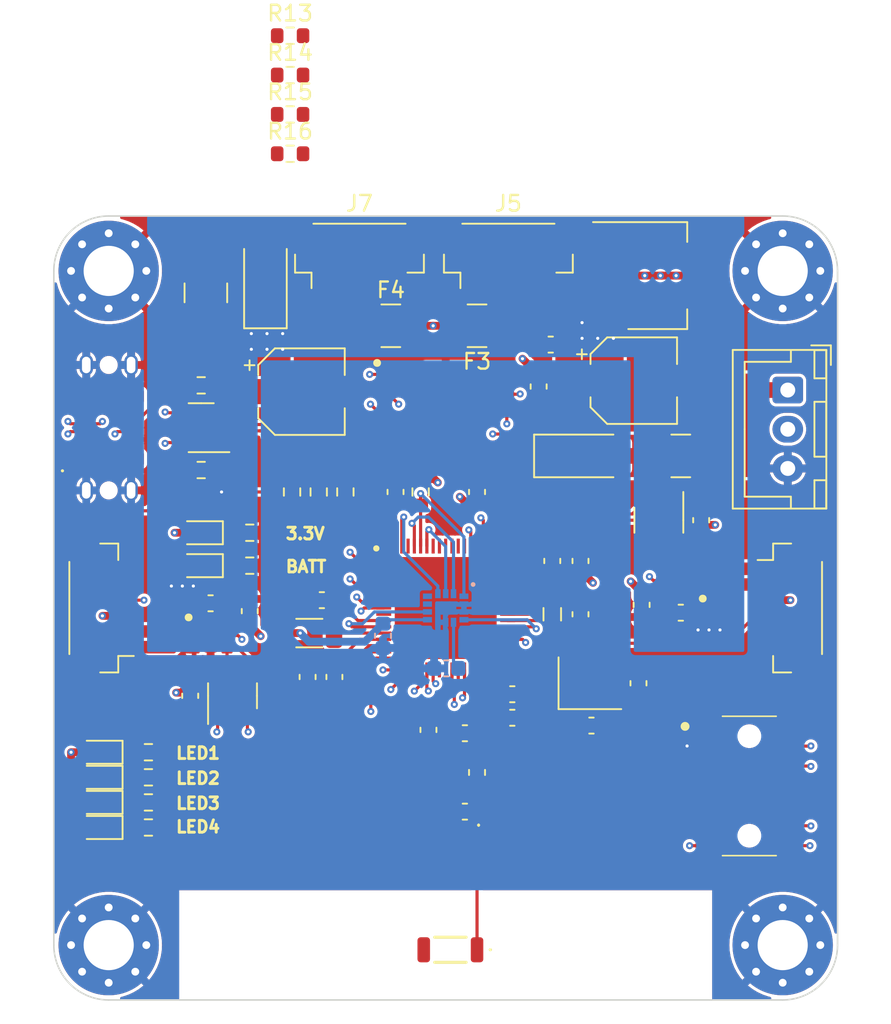
<source format=kicad_pcb>
(kicad_pcb (version 20240108) (generator "pcbnew") (generator_version "8.0")
  (layers (0 "F.Cu" signal "Sig1") (1 "In1.Cu" power "GND1") (2 "In2.Cu" signal "Sig2") (3 "In3.Cu" power "GND2") (4 "In4.Cu" signal "Sig3") (5 "In5.Cu" power "GND3") (6 "In6.Cu" power "Supply") (31 "B.Cu" power "Supply Battery") (34 "B.Paste" user) (35 "F.Paste" user) (36 "B.SilkS" user "B.Silkscreen") (37 "F.SilkS" user "F.Silkscreen") (38 "B.Mask" user) (39 "F.Mask" user) (44 "Edge.Cuts" user))
  (net 0 "")
  (net 1 "/ANT_IN")
  (net 3 "GND")
  (net 4 "/uC/OSC_IN")
  (net 5 "/uC/OSC_OUT")
  (net 6 "+3.3V")
  (net 7 "/uC/VREF+")
  (net 8 "/uC/VFBSMPS")
  (net 9 "+BATT")
  (net 10 "/uC/ANT_OUT")
  (net 11 "/FLT_IN")
  (net 16 "/uC/~{RST}")
  (net 17 "/uC/LED2")
  (net 18 "Net-(J5-Pin_1)")
  (net 19 "/uC/LED3")
  (net 20 "/uC/LED4")
  (net 21 "/Motor Control Left/PWMR")
  (net 22 "/Motor Control Left/PWMF")
  (net 23 "/Motor Control Right/PWMR")
  (net 24 "/Motor Control Right/PWMF")
  (net 25 "Net-(R11-Pad2)")
  (net 26 "/uC/VBAT")
  (net 29 "Net-(J7-Pin_1)")
  (net 30 "/uC/VLXSMPS")
  (net 32 "/uC/WALL_DETECT_B")
  (net 33 "/uC/WALL_DETECT_F")
  (net 34 "/Motor Control Left/~{SLEEP}")
  (net 35 "/uC/~{QSPI_CS}")
  (net 36 "/uC/QSPI_IO1")
  (net 37 "/uC/QSPI_IO2")
  (net 38 "/uC/QSPI_IO0")
  (net 39 "/uC/QSPI_CLK")
  (net 40 "/uC/QSPI_IO3")
  (net 41 "/uC/IMU_INT2")
  (net 42 "/uC/IMU_INT1")
  (net 45 "/uC/~{SPI_IMU_CS}")
  (net 46 "/M_LEFT_A")
  (net 47 "/M_RIGHT_A")
  (net 49 "/VBUSFUSE")
  (net 50 "/VFUSE")
  (net 51 "Net-(D2-K)")
  (net 52 "Net-(D4-K)")
  (net 53 "Net-(D5-K)")
  (net 54 "Net-(D6-K)")
  (net 55 "Net-(D7-K)")
  (net 56 "/VCONN")
  (net 57 "/VBUS")
  (net 58 "/uC/SWCLK")
  (net 59 "Net-(J6-CC1)")
  (net 60 "/CONN_D+")
  (net 61 "/CONN_D-")
  (net 62 "Net-(J6-CC2)")
  (net 63 "/uC/LED1")
  (net 64 "/uC/D+")
  (net 65 "/uC/D-")
  (net 66 "/uC/SPI_MOSI")
  (net 68 "/uC/SWDIO")
  (net 69 "Net-(D8-K)")
  (net 75 "/uC/UART_RX")
  (net 76 "/uC/UART_TX")
  (net 77 "/M_RIGHT_PWM")
  (net 78 "/M_RIGHT_DIRECTION")
  (net 79 "/M_LEFT_PWM")
  (net 80 "/M_LEFT_DIRECTION")
  (net 87 "/uC/SPI_CLK")
  (net 88 "/uC/WALL_DETECT_L")
  (net 91 "/uC/SPI_MISO")
  (net 92 "/uC/WALL_DETECT_R")
  (net 94 "/Motor Control Left/M-")
  (net 95 "/Motor Control Left/M+")
  (net 96 "/Motor Control Right/M-")
  (net 97 "/Motor Control Right/M+")
  (net 98 "/M_RIGHT_B")
  (net 99 "/M_LEFT_B")
  (net 100 "Net-(J5-Pin_4)")
  (net 101 "Net-(J5-Pin_3)")
  (net 102 "Net-(J7-Pin_3)")
  (net 103 "Net-(J7-Pin_4)")
  (net 104 "/WALL_DETECT_F")
  (net 105 "/WALL_DETECT_R")
  (net 106 "/WALL_DETECT_B")
  (net 107 "/WALL_DETECT_L")
  (footprint "Resistor_SMD:R_0603_1608Metric" (layer "F.Cu") (at 137.2 56.6 -90)
    (property "Reference" "R10" (hide yes))
    (property "Value" "10k" (hide yes))
  )
  (footprint "Resistor_SMD:R_0603_1608Metric" (layer "F.Cu") (at 128.035 78 180)
    (property "Reference" "R8" (hide yes))
    (property "Value" "10k" (hide yes))
  )
  (footprint "Fuse:Fuse_1210_3225Metric" (layer "F.Cu") (at 149 46 180)
    (property "Reference" "F3")
    (property "Value" "0.5A/16V")
  )
  (footprint "Resistor_SMD:R_0603_1608Metric" (layer "F.Cu") (at 137.075 32.52)
    (property "Reference" "R15")
    (property "Value" "100")
  )
  (footprint "Crystal:Crystal_SMD_3225-4Pin_3.2x2.5mm" (layer "F.Cu") (at 156.2 68.8)
    (property "Reference" "Y1" (hide yes))
    (property "Value" "8MHz" (hide yes))
  )
  (footprint "MountingHole:MountingHole_3.2mm_M3_Pad_Via" (layer "F.Cu") (at 125.5 42.5)
    (property "Reference" "H1" (hide yes))
    (property "Value" "MountingHole_Pad" (hide yes))
  )
  (footprint "Resistor_SMD:R_0603_1608Metric" (layer "F.Cu") (at 134.5 59.2 180)
    (property "Reference" "R4" (hide yes))
    (property "Value" "10k" (hide yes))
  )
  (footprint "Package_TO_SOT_SMD:SOT-23-6" (layer "F.Cu") (at 133.399999 69.6 90)
    (property "Reference" "IC7" (hide yes))
    (property "Value" "SN74LVC1G18DBVRG4" (hide yes))
  )
  (footprint "Capacitor_SMD:C_0603_1608Metric" (layer "F.Cu") (at 138.19 68.4 -90)
    (property "Reference" "C8" (hide yes))
    (property "Value" "1uF" (hide yes))
  )
  (footprint "Samacsys:74889302450" (layer "F.Cu") (at 147.3 85.8 180)
    (property "Reference" "ANT1" (hide yes))
    (property "Value" "74889302450" (hide yes))
  )
  (footprint "Resistor_SMD:R_0603_1608Metric" (layer "F.Cu") (at 140.6 56.6 -90)
    (property "Reference" "R9" (hide yes))
    (property "Value" "10k" (hide yes))
  )
  (footprint "Inductor_SMD:L_0603_1608Metric" (layer "F.Cu") (at 149 74.488 -90)
    (property "Reference" "L3" (hide yes))
    (property "Value" "2.7nH" (hide yes))
  )
  (footprint "Inductor_SMD:L_1206_3216Metric" (layer "F.Cu") (at 138.3 65.6)
    (property "Reference" "L1" (hide yes))
    (property "Value" "1mH" (hide yes))
  )
  (footprint "MountingHole:MountingHole_3.2mm_M3_Pad_Via" (layer "F.Cu") (at 168.5 42.5)
    (property "Reference" "H2" (hide yes))
    (property "Value" "MountingHole_Pad" (hide yes))
  )
  (footprint "Capacitor_SMD:C_0603_1608Metric" (layer "F.Cu") (at 159.3 68.8 90)
    (property "Reference" "C1" (hide yes))
    (property "Value" "30pF" (hide yes))
  )
  (footprint "Capacitor_SMD:C_0603_1608Metric" (layer "F.Cu") (at 153.7 47.2 180)
    (property "Reference" "C16" (hide yes))
    (property "Value" "100nF" (hide yes))
  )
  (footprint "Resistor_SMD:R_0603_1608Metric" (layer "F.Cu") (at 134.5 61.3 180)
    (property "Reference" "R12" (hide yes))
    (property "Value" "10k" (hide yes))
  )
  (footprint "Resistor_SMD:R_0603_1608Metric" (layer "F.Cu") (at 137.075 35.03)
    (property "Reference" "R16")
    (property "Value" "100")
  )
  (footprint "LED_SMD:LED_0603_1608Metric" (layer "F.Cu") (at 124.9 73.2 180)
    (property "Reference" "D4" (hide yes))
    (property "Value" "LED_Small" (hide yes))
  )
  (footprint "Resistor_SMD:R_0603_1608Metric" (layer "F.Cu") (at 131.4 49.8)
    (property "Reference" "R3" (hide yes))
    (property "Value" "5.1k")
  )
  (footprint "Capacitor_SMD:C_0603_1608Metric" (layer "F.Cu") (at 139.9 68.4 -90)
    (property "Reference" "C7" (hide yes))
    (property "Value" "10nF" (hide yes))
  )
  (footprint "Package_TO_SOT_SMD:SOT-223-3_TabPin2" (layer "F.Cu") (at 160.5 42.8)
    (property "Reference" "U1" (hide yes))
    (property "Value" "LM1117MP-3.3" (hide yes))
  )
  (footprint "Samacsys:FTSH-107-XX-YYY-DV-K-A" (layer "F.Cu") (at 166.3725 75.35 -90)
    (property "Reference" "J4" (hide yes))
    (property "Value" "FTSH-107-01-L-DV-K-A" (hide yes))
  )
  (footprint "Capacitor_SMD:C_0603_1608Metric" (layer "F.Cu") (at 149 56.6 -90)
    (property "Reference" "C11" (hide yes))
    (property "Value" "100nF" (hide yes))
  )
  (footprint "Samacsys:SON50P200X200X80-9N" (layer "F.Cu") (at 132 66)
    (property "Reference" "IC2" (hide yes))
    (property "Value" "DRV8212PDSGR" (hide yes))
  )
  (footprint "LED_SMD:LED_0603_1608Metric" (layer "F.Cu") (at 131.3 61.3 180)
    (property "Reference" "D8" (hide yes))
    (property "Value" "LED_Small" (hide yes))
  )
  (footprint "Capacitor_SMD:C_0603_1608Metric" (layer "F.Cu") (at 162 64.3 180)
    (property "Reference" "C24" (hide yes))
    (property "Value" "4.7uF" (hide yes))
  )
  (footprint "LED_SMD:LED_0603_1608Metric" (layer "F.Cu") (at 124.9 78 180)
    (property "Reference" "D7" (hide yes))
    (property "Value" "LED_Small" (hide yes))
  )
  (footprint "Resistor_SMD:R_0603_1608Metric" (layer "F.Cu") (at 138.9 56.6 90)
    (property "Reference" "R11" (hide yes))
    (property "Value" "10k" (hide yes))
  )
  (footprint "Capacitor_SMD:C_0603_1608Metric" (layer "F.Cu") (at 151.25 69.5 180)
    (property "Reference" "C9" (hide yes))
    (property "Value" "100nF" (hide yes))
  )
  (footprint "LED_SMD:LED_0603_1608Metric" (layer "F.Cu") (at 131.3 59.2 180)
    (property "Reference" "D2" (hide yes))
    (property "Value" "LED_Small" (hide yes))
  )
  (footprint "Samacsys:SON50P200X200X80-9N" (layer "F.Cu") (at 162 62 180)
    (property "Reference" "IC3" (hide yes))
    (property "Value" "DRV8212PDSGR" (hide yes))
  )
  (footprint "Fuse:Fuse_1210_3225Metric" (layer "F.Cu") (at 143.5 46)
    (property "Reference" "F4")
    (property "Value" "0.5A/16V")
  )
  (footprint "Connector_JST:JST_SH_BM06B-SRSS-TB_1x06-1MP_P1.00mm_Vertical" (layer "F.Cu") (at 169 64 -90)
    (property "Reference" "J1" (hide yes))
    (property "Value" "JST-SH 01x06" (hide yes))
  )
  (footprint "Connector_JST:JST_SH_BM06B-SRSS-TB_1x06-1MP_P1.00mm_Vertical" (layer "F.Cu") (at 125 64 90)
    (property "Reference" "J2" (hide yes))
    (property "Value" "JST-SH 01x06" (hide yes))
  )
  (footprint "Capacitor_SMD:C_0603_1608Metric" (layer "F.Cu") (at 134.499999 64.2 90)
    (property "Reference" "C19" (hide yes))
    (property "Value" "100nF" (hide yes))
  )
  (footprint "Capacitor_SMD:C_0603_1608Metric" (layer "F.Cu") (at 155.6 61 90)
    (property "Reference" "C15" (hide yes))
    (property "Value" "4.7uF" (hide yes))
  )
  (footprint "Capacitor_SMD:C_0603_1608Metric" (layer "F.Cu") (at 148.225 71.988 180)
    (property "Reference" "C20" (hide yes))
    (property "Value" "0.3pF" (hide yes))
  )
  (footprint "Samacsys:QFN40P800X800X100-69N-D" (layer "F.Cu") (at 147 64)
    (property "Reference" "IC1" (hide yes))
    (property "Value" "STM32WB55RGV6" (hide yes))
  )
  (footprint "Capacitor_SMD:C_0603_1608Metric" (layer "F.Cu") (at 130.699999 69.6 -90)
    (property "Reference" "C31" (hide yes))
    (property "Value" "100nF" (hide yes))
  )
  (footprint "Capacitor_SMD:C_0603_1608Metric" (layer "F.Cu") (at 155.6 64.4 90)
    (property "Reference" "C14" (hide yes))
    (property "Value" "4.7uF" (hide yes))
  )
  (footprint "Connector_JST:JST_XH_B3B-XH-A_1x03_P2.50mm_Vertical" (layer "F.Cu") (at 168.825 50.1 -90)
    (property "Reference" "J3" (hide yes))
    (property "Value" "JST_XH_B3B")
  )
  (footprint "Fuse:Fuse_1210_3225Metric" (layer "F.Cu") (at 131.7 43.9 90)
    (property "Reference" "F2" (hide yes))
    (property "Value" "0.5A/16V" (hide yes))
  )
  (footprint "Capacitor_SMD:C_0603_1608Metric" (layer "F.Cu") (at 139.1 63.5)
    (property "Reference" "C13" (hide yes))
    (property "Value" "10uF" (hide yes))
  )
  (footprint "Samacsys:WE-PMI_080562" (layer "F.Cu") (at 153.8 64.4 -90)
    (property "Reference" "L2" (hide yes))
    (property "Value" "74479774222" (hide yes))
  )
  (footprint "Capacitor_SMD:CP_Elec_5x4.5" (layer "F.Cu") (at 137.8 50.2)
    (property "Reference" "C29" (hide yes))
    (property "Value" "100uF" (hide yes))
  )
  (footprint "Resistor_SMD:R_0603_1608Metric" (layer "F.Cu") (at 137.075 30.01)
    (property "Reference" "R14")
    (property "Value" "100")
  )
  (footprint "Diode_SMD:D_SOD-128" (layer "F.Cu") (at 135.5 43 90)
    (property "Reference" "D3" (hide yes))
    (property "Value" "RBS2LAM40CTR" (hide yes))
  )
  (footprint "Capacitor_SMD:C_0603_1608Metric" (layer "F.Cu") (at 152.93 49.875 -90)
    (property "Reference" "C26" (hide yes))
    (property "Value" "100nF" (hide yes))
  )
  (footprint "Resistor_SMD:R_0603_1608Metric" (layer "F.Cu") (at 128.035 76.4 180)
    (property "Reference" "R7" (hide yes))
    (property "Value" "10k" (hide yes))
  )
  (footprint "Package_TO_SOT_SMD:SOT-23-6" (layer "F.Cu") (at 131.4 52.5 180)
    (property "Reference" "U2" (hide yes))
    (property "Value" "USBLC6-2SC6" (hide yes))
  )
  (footprint "Samacsys:USB4145030070C" (layer "F.Cu") (at 125.5 52.5 90)
    (property "Reference" "J6" (hide yes))
    (property "Value" "USB4145-03-0070-C" (hide yes))
  )
  (footprint "Capacitor_SMD:C_0603_1608Metric" (layer "F.Cu") (at 153.8 61 -90)
    (property "Reference" "C3" (hide yes))
    (property "Value" "100nF" (hide yes))
  )
  (footprint "Capacitor_SMD:C_0603_1608Metric" (layer "F.Cu") (at 156.3 71.5)
    (property "Reference" "C2" (hide yes))
    (property "Value" "30pF" (hide yes))
  )
  (footprint "Capacitor_SMD:C_0603_1608Metric" (layer "F.Cu") (at 159.5 63.8 -90)
    (property "Reference" "C25" (hide yes))
    (property "Value" "100nF" (hide yes))
  )
  (footprint "MountingHole:MountingHole_3.2mm_M3_Pad_Via" (layer "F.Cu") (at 168.5 85.5)
    (property "Reference" "H4" (hide yes))
    (property "Value" "MountingHole_Pad")
  )
  (footprint "Diode_SMD:D_SOD-128" (layer "F.Cu") (at 155.8 54.3)
    (property "Reference" "D1" (hide yes))
    (property "Value" "RBS2LAM40CTR" (hide yes))
  )
  (footprint "Capacitor_SMD:CP_Elec_5x4.5" (layer "F.Cu") (at 159 49.5)
    (property "Reference" "C17" (hide yes))
    (property "Value" "100uF" (hide yes))
  )
  (footprint "Fuse:Fuse_1210_3225Metric" (layer "F.Cu") (at 162 54.3)
    (property "Reference" "F1" (hide yes))
    (property "Value" "0.5A/16V" (hide yes))
  )
  (footprint "Resistor_SMD:R_0603_1608Metric" (layer "F.Cu") (at 128.035 74.8 180)
    (property "Reference" "R6" (hide yes))
    (property "Value" "10k" (hide yes))
  )
  (footprint "LED_SMD:LED_0603_1608Metric" (layer "F.Cu") (at 124.9 76.4 180)
    (property "Reference" "D6" (hide yes))
    (property "Value" "LED_Small" (hide yes))
  )
  (footprint "Connector_JST:JST_SH_BM06B-SRSS-TB_1x06-1MP_P1.00mm_Vertical" (layer "F.Cu") (at 151 41.5)
    (property "Reference" "J5")
    (property "Value" "JST-SH 01x06")
  )
  (footprint "Samacsys:DLF162500LT5028A1" (layer "F.Cu") (at 149 79.1 -90)
    (property "Reference" "FL1" (hide yes))
    (property "Value" "DLF162500LT-5028A1" (hide yes))
  )
  (footprint "Connector_JST:JST_SH_BM06B-SRSS-TB_1x06-1MP_P1.00mm_Vertical" (layer "F.Cu") (at 141.5 41.5)
    (property "Reference" "J7")
    (property "Value" "JST-SH 01x06")
  )
  (footprint "Resistor_SMD:R_0603_1608Metric" (layer "F.Cu") (at 137.075 27.5)
    (property "Reference" "R13")
    (property "Value" "100")
  )
  (footprint "Capacitor_SMD:C_0603_1608Metric" (layer "F.Cu") (at 151.25 71 180)
    (property "Reference" "C10" (hide yes))
    (property "Value" "100pF" (hide yes))
  )
  (footprint "Package_TO_SOT_SMD:SOT-23-6" (layer "F.Cu") (at 160.6 58.4 -90)
    (property "Reference" "IC6" (hide yes))
    (property "Value" "SN74LVC1G18DBVRG4" (hide yes))
  )
  (footprint "Capacitor_SMD:C_0603_1608Metric" (layer "F.Cu") (at 132 63.7)
    (property "Reference" "C18" (hide yes))
    (property "Value" "4.7uF" (hide yes))
  )
  (footprint "Resistor_SMD:R_0603_1608Metric" (layer "F.Cu") (at 131.4 55.2)
    (property "Reference" "R2" (hide yes))
    (property "Value" "5.1k" (hide yes))
  )
  (footprint "Resistor_SMD:R_0603_1608Metric" (layer "F.Cu") (at 145.4 56.6 -90)
    (property "Reference" "R1" (hide yes))
    (property "Value" "1k")
  )
  (footprint "Capacitor_SMD:C_0603_1608Metric" (layer "F.Cu") (at 143.8 56.6 -90)
    (property "Reference" "C4" (hide yes))
    (property "Value" "100nF" (hide yes))
  )
  (footprint "MountingHole:MountingHole_3.2mm_M3_Pad_Via" (layer "F.Cu") (at 125.5 85.5)
    (property "Reference" "H3" (hide yes))
    (property "Value" "MountingHole_Pad")
  )
  (footprint "Resistor_SMD:R_0603_1608Metric" (layer "F.Cu") (at 128.035 73.2 180)
    (property "Reference" "R5" (hide yes))
    (property "Value" "10k" (hide yes))
  )
  (footprint "Capacitor_SMD:C_0603_1608Metric" (layer "F.Cu") (at 148.225 76.988)
    (property "Reference" "C21" (hide yes))
    (property "Value" "0.8pF" (hide yes))
  )
  (footprint "Capacitor_SMD:C_0603_1608Metric" (layer "F.Cu") (at 163.3 58.4 90)
    (property "Reference" "C30" (hide yes))
    (property "Value" "100nF" (hide yes))
  )
  (footprint "LED_SMD:LED_0603_1608Metric" (layer "F.Cu") (at 124.9 74.8 180)
    (property "Reference" "D5" (hide yes))
    (property "Value" "LED_Small" (hide yes))
  )
  (footprint "Samacsys:SON127P800X600X80-9N-D" (layer "F.Cu") (at 147 51)
    (property "Reference" "IC4" (hide yes))
    (property "Value" "W25N01GVZEIG" (hide yes))
  )
  (footprint "Capacitor_SMD:C_0603_1608Metric" (layer "F.Cu") (at 145.9 71.775 90)
    (property "Reference" "C5" (hide yes))
    (property "Value" "100nF" (hide yes))
  )
  (footprint "Capacitor_SMD:C_0603_1608Metric" (layer "B.Cu") (at 143 65.775 90)
    (property "Reference" "C27" (hide yes))
    (property "Value" "100nF" (hide yes))
  )
  (footprint "Capacitor_SMD:C_0603_1608Metric" (layer "B.Cu") (at 147.037 67.85)
    (property "Reference" "C28" (hide yes))
    (property "Value" "100nF" (hide yes))
  )
  (footprint "Samacsys:LSM6DSLTR" (layer "B.Cu") (at 147 64 180)
    (property "Reference" "IC5" (hide yes))
    (property "Value" "LSM6DSLTR" (hide yes))
  )
  (gr_line (start 172 42.5) (end 172 85.5) (stroke (width 0.1)) (layer "Edge.Cuts"))
  (gr_line (start 125.5 39) (end 168.5 39) (stroke (width 0.1)) (layer "Edge.Cuts"))
  (gr_line (start 122 85.5) (end 122 42.5) (stroke (width 0.1)) (layer "Edge.Cuts"))
  (gr_arc (start 122 42.5) (mid 123.025126 40.025126) (end 125.5 39) (stroke (width 0.1)) (layer "Edge.Cuts"))
  (gr_arc (start 125.5 89) (mid 123.025126 87.974874) (end 122 85.5) (stroke (width 0.1)) (layer "Edge.Cuts"))
  (gr_line (start 168.5 89) (end 125.5 89) (stroke (width 0.1)) (layer "Edge.Cuts"))
  (gr_arc (start 172 85.5) (mid 170.974874 87.974874) (end 168.5 89) (stroke (width 0.1)) (layer "Edge.Cuts"))
  (gr_arc (start 168.5 39) (mid 170.974874 40.025126) (end 172 42.5) (stroke (width 0.1)) (layer "Edge.Cuts"))
  (gr_text "LED3" (at 129.7 76.9 0) (layer "F.SilkS") (effects (font (size 0.75 0.75) (thickness 0.1875) (bold yes)) (justify left bottom)))
  (gr_text "BATT" (at 136.7 61.8 0) (layer "F.SilkS") (effects (font (size 0.75 0.75) (thickness 0.1875) (bold yes)) (justify left bottom)))
  (gr_text "LED4" (at 129.7 78.4 0) (layer "F.SilkS") (effects (font (size 0.75 0.75) (thickness 0.1875) (bold yes)) (justify left bottom)))
  (gr_text "LED2" (at 129.7 75.3 0) (layer "F.SilkS") (effects (font (size 0.75 0.75) (thickness 0.1875) (bold yes)) (justify left bottom)))
  (gr_text "LED1" (at 129.7 73.7 0) (layer "F.SilkS") (effects (font (size 0.75 0.75) (thickness 0.1875) (bold yes)) (justify left bottom)))
  (gr_text "3.3V" (at 136.7 59.7 0) (layer "F.SilkS") (effects (font (size 0.75 0.75) (thickness 0.1875) (bold yes)) (justify left bottom)))
  (segment (start 149 79.713) (end 149 85.8) (width 0.2) (layer "F.Cu") (net 1))
  (segment (start 159.225 67.95) (end 157.3 67.95) (width 0.2) (layer "F.Cu") (net 4))
  (segment (start 156.15 66.8) (end 153.7 66.8) (width 0.2) (layer "F.Cu") (net 4))
  (segment (start 157.3 67.95) (end 156.15 66.8) (width 0.2) (layer "F.Cu") (net 4))
  (segment (start 159.3 68.025) (end 159.225 67.95) (width 0.2) (layer "F.Cu") (net 4))
  (segment (start 153.3 67.2) (end 150.95 67.2) (width 0.2) (layer "F.Cu") (net 4))
  (segment (start 153.7 66.8) (end 153.3 67.2) (width 0.2) (layer "F.Cu") (net 4))
  (segment (start 155.525 71.5) (end 155.1 71.075) (width 0.2) (layer "F.Cu") (net 5))
  (segment (start 153.3 67.95) (end 150.2 67.95) (width 0.2) (layer "F.Cu") (net 5))
  (segment (start 155.1 69.65) (end 155 69.65) (width 0.2) (layer "F.Cu") (net 5))
  (segment (start 155.1 71.075) (end 155.1 69.65) (width 0.2) (layer "F.Cu") (net 5))
  (segment (start 155 69.65) (end 153.3 67.95) (width 0.2) (layer "F.Cu") (net 5))
  (segment (start 143.8 57.375) (end 143.8 57.345405) (width 0.5) (layer "F.Cu") (net 6))
  (segment (start 150.9 49.095) (end 152.925 49.095) (width 0.2) (layer "F.Cu") (net 6))
  (segment (start 160.8 42.8) (end 160.7 42.8) (width 0.5) (layer "F.Cu") (net 6))
  (segment (start 150.475 69.5) (end 150.475 71) (width 0.5) (layer "F.Cu") (net 6))
  (segment (start 161.388604 58.4) (end 160.6 59.188604) (width 0.2) (layer "F.Cu") (net 6))
  (segment (start 152.375 63.2) (end 152.4875 63.0875) (width 0.2) (layer "F.Cu") (net 6))
  (segment (start 157.35 42.8) (end 160.8 42.8) (width 0.5) (layer "F.Cu") (net 6))
  (segment (start 161.7 42.8) (end 163.65 42.8) (width 0.5) (layer "F.Cu") (net 6))
  (segment (start 123.1 73.7875) (end 124.1125 74.8) (width 0.5) (layer "F.Cu") (net 6))
  (segment (start 126.325 64.5) (end 125.1 64.5) (width 0.5) (layer "F.Cu") (net 6))
  (segment (start 133.049999 65.25) (end 134.224999 65.25) (width 0.2) (layer "F.Cu") (net 6))
  (segment (start 150.95 63.2) (end 152.375 63.2) (width 0.2) (layer "F.Cu") (net 6))
  (segment (start 124.1125 76.4) (end 123.1 75.3875) (width 0.5) (layer "F.Cu") (net 6))
  (segment (start 148.7 58.446335) (end 148.7 57.675) (width 0.2) (layer "F.Cu") (net 6))
  (segment (start 152.9 49.1) (end 151.9 48.1) (width 0.5) (layer "F.Cu") (net 6))
  (segment (start 148.7 57.675) (end 149 57.375) (width 0.2) (layer "F.Cu") (net 6))
  (segment (start 162.525 58.4) (end 161.388604 58.4) (width 0.2) (layer "F.Cu") (net 6))
  (segment (start 129.8 69.4) (end 130.124999 69.4) (width 0.5) (layer "F.Cu") (net 6))
  (segment (start 123.1 73.2) (end 123.1 73.7875) (width 0.5) (layer "F.Cu") (net 6))
  (segment (start 147.6 71) (end 145.9 71) (width 0.2) (layer "F.Cu") (net 6))
  (segment (start 149 57.375) (end 148.375 57.375) (width 0.5) (layer "F.Cu") (net 6))
  (segment (start 143.8 57.345405) (end 145.370405 55.775) (width 0.5) (layer "F.Cu") (net 6))
  (segment (start 143.05 66) (end 141.525 66) (width 0.2) (layer "F.Cu") (net 6))
  (segment (start 160.6 59.188604) (end 160.6 59.5375) (width 0.2) (layer "F.Cu") (net 6))
  (segment (start 147.6 46) (end 146.2 46) (width 0.5) (layer "F.Cu") (net 6))
  (segment (start 134.499999 64.975) (end 134.499999 65.099999) (width 0.5) (layer "F.Cu") (net 6))
  (segment (start 162.41 72.81) (end 162.4 72.8) (width 0.5) (layer "F.Cu") (net 6))
  (segment (start 124.1125 73.2) (end 123.1 73.2) (width 0.5) (layer "F.Cu") (net 6))
  (segment (start 163.3 59.175) (end 163.775 58.7) (width 0.5) (layer "F.Cu") (net 6))
  (segment (start 163.775 58.7) (end 164.2 58.7) (width 0.5) (layer "F.Cu") (net 6))
  (segment (start 149 60.05) (end 149 58.746335) (width 0.2) (layer "F.Cu") (net 6))
  (segment (start 130.699999 68.825) (end 131.299999 69.425) (width 0.2) (layer "F.Cu") (net 6))
  (segment (start 159.5 63) (end 158.8 62.3) (width 0.5) (layer "F.Cu") (net 6))
  (segment (start 145.4 55.775) (end 146.275 55.775) (width 0.5) (layer "F.Cu") (net 6))
  (segment (start 155.775 61.775) (end 156.4 62.4) (width 0.5) (layer "F.Cu") (net 6))
  (segment (start 133.399999 68.811396) (end 133.399999 68.4625) (width 0.2) (layer "F.Cu") (net 6))
  (segment (start 149.8 67.95) (end 149.8 68.825) (width 0.2) (layer "F.Cu") (net 6))
  (segment (start 148.6 67.95) (end 148.6 70) (width 0.2) (layer "F.Cu") (net 6))
  (segment (start 167.675 63.5) (end 169 63.5) (width 0.5) (layer "F.Cu") (net 6))
  (segment (start 160.8 42.8) (end 161.7 42.8) (width 0.5) (layer "F.Cu") (net 6))
  (segment (start 148.6 70) (end 147.6 71) (width 0.2) (layer "F.Cu") (net 6))
  (segment (start 151.975 63.6) (end 152.4875 63.0875) (width 0.2) (layer "F.Cu") (net 6))
  (segment (start 144.9 46) (end 146.2 46) (width 0.5) (layer "F.Cu") (net 6))
  (segment (start 159.775 62.75) (end 159.5 63.025) (width 0.2) (layer "F.Cu") (net 6))
  (segment (start 150.95 63.6) (end 151.975 63.6) (width 0.2) (layer "F.Cu") (net 6))
  (segment (start 131.299999 69.425) (end 132.786395 69.425) (width 0.2) (layer "F.Cu") (net 6))
  (segment (start 152.93 49.1) (end 152.9 49.1) (width 0.5) (layer "F.Cu") (net 6))
  (segment (start 145.370405 55.775) (end 145.4 55.775) (width 0.5) (layer "F.Cu") (net 6))
  (segment (start 146.275 55.775) (end 146.5 56) (width 0.5) (layer "F.Cu") (net 6))
  (segment (start 130.124999 69.4) (end 130.699999 68.825) (width 0.5) (layer "F.Cu") (net 6))
  (segment (start 159.5 63.025) (end 159.5 63) (width 0.5) (layer "F.Cu") (net 6))
  (segment (start 130.5125 59.2) (end 129.7 59.2) (width 0.5) (layer "F.Cu") (net 6))
  (segment (start 136.725 65.6) (end 137.72 65.6) (width 0.5) (layer "F.Cu") (net 6))
  (segment (start 152.925 49.095) (end 152.93 49.1) (width 0.2) (layer "F.Cu") (net 6))
  (segment (start 163.3 59.175) (end 162.525 58.4) (width 0.2) (layer "F.Cu") (net 6))
  (segment (start 141.525 66) (end 139.9 67.625) (width 0.2) (layer "F.Cu") (net 6))
  (segment (start 134.224999 65.25) (end 134.499999 64.975) (width 0.2) (layer "F.Cu") (net 6))
  (segment (start 155.6 61.775) (end 155.775 61.775) (width 0.5) (layer "F.Cu") (net 6))
  (segment (start 132.786395 69.425) (end 133.399999 68.811396) (width 0.2) (layer "F.Cu") (net 6))
  (segment (start 160.95 62.75) (end 159.775 62.75) (width 0.2) (layer "F.Cu") (net 6))
  (segment (start 134.499999 65.099999) (end 135.2 65.8) (width 0.5) (layer "F.Cu") (net 6))
  (segment (start 124.1125 78) (end 123.1 76.9875) (width 0.5) (layer "F.Cu") (net 6))
  (segment (start 123.1 76.9875) (end 123.1 75.3875) (width 0.5) (layer "F.Cu") (net 6))
  (segment (start 139.9 67.625) (end 138.19 67.625) (width 0.5) (layer "F.Cu") (net 6))
  (segment (start 143.8 60.05) (end 143.8 57.375) (width 0.2) (layer "F.Cu") (net 6))
  (segment (start 152.4875 63.0875) (end 153.8 61.775) (width 0.2) (layer "F.Cu") (net 6))
  (segment (start 149.8 68.825) (end 150.475 69.5) (width 0.2) (layer "F.Cu") (net 6))
  (segment (start 153.8 61.775) (end 155.6 61.775) (width 0.5) (layer "F.Cu") (net 6))
  (segment (start 123.1 75.3875) (end 123.1 73.7875) (width 0.5) (layer "F.Cu") (net 6))
  (segment (start 149 58.746335) (end 148.7 58.446335) (width 0.2) (layer "F.Cu") (net 6))
  (segment (start 148.375 57.375) (end 147.9 56.9) (width 0.5) (layer "F.Cu") (net 6))
  (segment (start 164.3375 72.81) (end 162.41 72.81) (width 0.5) (layer "F.Cu") (net 6))
  (via (at 160.7 42.8) (size 0.45) (drill 0.2) (layers "F.Cu" "B.Cu") (net 6))
  (via (at 137.72 65.6) (size 0.45) (drill 0.2) (layers "F.Cu" "B.Cu") (net 6))
  (via (at 158.8 62.3) (size 0.45) (drill 0.2) (layers "F.Cu" "B.Cu") (net 6))
  (via (at 146.2 46) (size 0.45) (drill 0.2) (layers "F.Cu" "B.Cu") (net 6))
  (via (at 135.2 65.8) (size 0.45) (drill 0.2) (layers "F.Cu" "B.Cu") (net 6))
  (via (at 129.7 59.2) (size 0.45) (drill 0.2) (layers "F.Cu" "B.Cu") (net 6))
  (via (at 159.7 42.8) (size 0.45) (drill 0.2) (layers "F.Cu" "B.Cu") (net 6))
  (via (at 161.7 42.8) (size 0.45) (drill 0.2) (layers "F.Cu" "B.Cu") (net 6))
  (via (at 169 63.5) (size 0.45) (drill 0.2) (layers "F.Cu" "B.Cu") (net 6))
  (via (at 123.1 73.2) (size 0.45) (drill 0.2) (layers "F.Cu" "B.Cu") (net 6))
  (via (at 164.2 58.7) (size 0.45) (drill 0.2) (layers "F.Cu" "B.Cu") (net 6))
  (via (at 146.5 56) (size 0.45) (drill 0.2) (layers "F.Cu" "B.Cu") (net 6))
  (via (at 162.4 72.8) (size 0.45) (drill 0.2) (layers "F.Cu" "B.Cu") (net 6))
  (via (at 151.9 48.1) (size 0.45) (drill 0.2) (layers "F.Cu" "B.Cu") (net 6))
  (via (at 129.8 69.4) (size 0.45) (drill 0.2) (layers "F.Cu" "B.Cu") (net 6))
  (via (at 147.9 56.9) (size 0.45) (drill 0.2) (layers "F.Cu" "B.Cu") (net 6))
  (via (at 125.1 64.5) (size 0.45) (drill 0.2) (layers "F.Cu" "B.Cu") (net 6))
  (via (at 156.4 62.4) (size 0.45) (drill 0.2) (layers "F.Cu" "B.Cu") (net 6))
  (segment (start 147.5 64.912) (end 147.5 67.538) (width 0.2) (layer "B.Cu") (net 6))
  (segment (start 143 65) (end 143.25 64.75) (width 0.2) (layer "B.Cu") (net 6))
  (segment (start 143.25 64.75) (end 145.837 64.75) (width 0.2) (layer "B.Cu") (net 6))
  (segment (start 141.85 66.15) (end 138.27 66.15) (width 0.5) (layer "B.Cu") (net 6))
  (segment (start 147.5 67.538) (end 147.812 67.85) (width 0.2) (layer "B.Cu") (net 6))
  (segment (start 138.27 66.15) (end 137.72 65.6) (width 0.5) (layer "B.Cu") (net 6))
  (segment (start 143 65) (end 141.85 66.15) (width 0.5) (layer "B.Cu") (net 6))
  (segment (start 139.875 65.6) (end 139.875 63.5) (width 0.2) (layer "F.Cu") (net 7))
  (segment (start 143.05 65.6) (end 139.875 65.6) (width 0.2) (layer "F.Cu") (net 7))
  (segment (start 155.3125 65.4625) (end 155.6 65.175) (width 0.2) (layer "F.Cu") (net 8))
  (segment (start 153.1375 64.8) (end 150.95 64.8) (width 0.2) (layer "F.Cu") (net 8))
  (segment (start 153.8 65.4625) (end 155.3125 65.4625) (width 0.2) (layer "F.Cu") (net 8))
  (segment (start 153.8 65.4625) (end 153.1375 64.8) (width 0.2) (layer "F.Cu") (net 8))
  (segment (start 130.2 61.6125) (end 130.2 62.6) (width 0.5) (layer "F.Cu") (net 9))
  (segment (start 140.6 57.425) (end 139.775 56.6) (width 0.2) (layer "F.Cu") (net 9))
  (segment (start 130.5125 61.3) (end 130.2 61.6125) (width 0.5) (layer "F.Cu") (net 9))
  (segment (start 139.775 56.6) (end 132.7 56.6) (width 0.2) (layer "F.Cu") (net 9))
  (via (at 155.7 45.8) (size 0.45) (drill 0.2) (layers "F.Cu" "B.Cu") (net 9))
  (via (at 135.6 47.5) (size 0.45) (drill 0.2) (layers "F.Cu" "B.Cu") (net 9))
  (via (at 134.6 46.5) (size 0.45) (drill 0.2) (layers "F.Cu" "B.Cu") (net 9))
  (via (at 163.8 65.4) (size 0.45) (drill 0.2) (layers "F.Cu" "B.Cu") (net 9))
  (via (at 163.1 65.4) (size 0.45) (drill 0.2) (layers "F.Cu" "B.Cu") (net 9))
  (via (at 135.6 46.5) (size 0.45) (drill 0.2) (layers "F.Cu" "B.Cu") (net 9))
  (via (at 136.6 47.5) (size 0.45) (drill 0.2) (layers "F.Cu" "B.Cu") (net 9))
  (via (at 129.5 62.6) (size 0.45) (drill 0.2) (layers "F.Cu" "B.Cu") (net 9))
  (via (at 130.9 62.6) (size 0.45) (drill 0.2) (layers "F.Cu" "B.Cu") (net 9))
  (via (at 130.2 62.6) (size 0.45) (drill 0.2) (layers "F.Cu" "B.Cu") (net 9))
  (via (at 157.7 46.8) (size 0.45) (drill 0.2) (layers "F.Cu" "B.Cu") (net 9))
  (via (at 136.6 46.5) (size 0.45) (drill 0.2) (layers "F.Cu" "B.Cu") (net 9))
  (via (at 156.7 46.8) (size 0.45) (drill 0.2) (layers "F.Cu" "B.Cu") (net 9))
  (via (at 134.6 47.5) (size 0.45) (drill 0.2) (layers "F.Cu" "B.Cu") (net 9))
  (via (at 132.7 56.6) (size 0.45) (drill 0.2) (layers "F.Cu" "B.Cu") (net 9))
  (via (at 164.5 65.4) (size 0.45) (drill 0.2) (layers "F.Cu" "B.Cu") (net 9))
  (via (at 155.7 46.8) (size 0.45) (drill 0.2) (layers "F.Cu" "B.Cu") (net 9))
  (segment (start 149 67.95) (end 149 71.988) (width 0.2) (layer "F.Cu") (net 10))
  (segment (start 149 71.988) (end 149 73.7005) (width 0.2) (layer "F.Cu") (net 10))
  (segment (start 149 76.988) (end 149 78.488) (width 0.2) (layer "F.Cu") (net 11))
  (segment (start 149 75.2755) (end 149 76.988) (width 0.2) (layer "F.Cu") (net 11))
  (segment (start 141.6245 63.6) (end 143.05 63.6) (width 0.2) (layer "F.Cu") (net 16))
  (segment (start 168.4075 77.89) (end 170.29 77.89) (width 0.2) (layer "F.Cu") (net 16))
  (segment (start 170.29 77.89) (end 170.3 77.9) (width 0.2) (layer "F.Cu") (net 16))
  (segment (start 141.3245 63.3) (end 141.6245 63.6) (width 0.2) (layer "F.Cu") (net 16))
  (via (at 170.3 77.9) (size 0.45) (drill 0.2) (layers "F.Cu" "B.Cu") (net 16))
  (via (at 141.3245 63.3) (size 0.45) (drill 0.2) (layers "F.Cu" "B.Cu") (net 16))
  (segment (start 129.46 75.4) (end 128.86 74.8) (width 0.2) (layer "F.Cu") (net 17))
  (segment (start 141.7 67.375) (end 141.7 71.965686) (width 0.2) (layer "F.Cu") (net 17))
  (segment (start 143.05 66.8) (end 142.275 66.8) (width 0.2) (layer "F.Cu") (net 17))
  (segment (start 141.7 71.965686) (end 138.265686 75.4) (width 0.2) (layer "F.Cu") (net 17))
  (segment (start 138.265686 75.4) (end 129.46 75.4) (width 0.2) (layer "F.Cu") (net 17))
  (segment (start 142.275 66.8) (end 141.7 67.375) (width 0.2) (layer "F.Cu") (net 17))
  (segment (start 148.5 44) (end 148.5 42.825) (width 0.25) (layer "F.Cu") (net 18))
  (segment (start 149.5 45) (end 148.5 44) (width 0.25) (layer "F.Cu") (net 18))
  (segment (start 150.4 46) (end 150.4 45.9) (width 0.25) (layer "F.Cu") (net 18))
  (segment (start 149.5 45) (end 149.5 42.825) (width 0.25) (layer "F.Cu") (net 18))
  (segment (start 150.4 45.9) (end 149.5 45) (width 0.25) (layer "F.Cu") (net 18))
  (segment (start 146.080787 69.85) (end 147 68.930787) (width 0.2) (layer "F.Cu") (net 19))
  (segment (start 128.86 76.4) (end 129.46 75.8) (width 0.2) (layer "F.Cu") (net 19))
  (segment (start 147 68.930787) (end 147 67.95) (width 0.2) (layer "F.Cu") (net 19))
  (segment (start 138.431371 75.8) (end 144.381372 69.85) (width 0.2) (layer "F.Cu") (net 19))
  (segment (start 129.46 75.8) (end 138.431371 75.8) (width 0.2) (layer "F.Cu") (net 19))
  (segment (start 144.381372 69.85) (end 146.080787 69.85) (width 0.2) (layer "F.Cu") (net 19))
  (segment (start 138.597056 76.2) (end 130.66 76.2) (width 0.2) (layer "F.Cu") (net 20))
  (segment (start 130.66 76.2) (end 128.86 78) (width 0.2) (layer "F.Cu") (net 20))
  (segment (start 144.547058 70.25) (end 138.597056 76.2) (width 0.2) (layer "F.Cu") (net 20))
  (segment (start 147.4 67.95) (end 147.4 69.096473) (width 0.2) (layer "F.Cu") (net 20))
  (segment (start 146.246473 70.25) (end 144.547058 70.25) (width 0.2) (layer "F.Cu") (net 20))
  (segment (start 147.4 69.096473) (end 146.246473 70.25) (width 0.2) (layer "F.Cu") (net 20))
  (segment (start 132.449999 68.4625) (end 132.449999 67.65) (width 0.2) (layer "F.Cu") (net 21))
  (segment (start 133.049999 67.05) (end 133.049999 66.75) (width 0.2) (layer "F.Cu") (net 21))
  (segment (start 132.449999 67.65) (end 133.049999 67.05) (width 0.2) (layer "F.Cu") (net 21))
  (segment (start 133.430329 66.25) (end 133.049999 66.25) (width 0.2) (layer "F.Cu") (net 22))
  (segment (start 134.349999 68.4625) (end 134.349999 67.16967) (width 0.2) (layer "F.Cu") (net 22))
  (segment (start 134.349999 67.16967) (end 133.430329 66.25) (width 0.2) (layer "F.Cu") (net 22))
  (segment (start 161.55 60.35) (end 160.95 60.95) (width 0.2) (layer "F.Cu") (net 23))
  (segment (start 160.95 60.95) (end 160.95 61.25) (width 0.2) (layer "F.Cu") (net 23))
  (segment (start 161.55 59.5375) (end 161.55 60.35) (width 0.2) (layer "F.Cu") (net 23))
  (segment (start 160.56967 61.75) (end 160.95 61.75) (width 0.2) (layer "F.Cu") (net 24))
  (segment (start 159.65 60.83033) (end 160.56967 61.75) (width 0.2) (layer "F.Cu") (net 24))
  (segment (start 159.65 59.5375) (end 159.65 60.83033) (width 0.2) (layer "F.Cu") (net 24))
  (segment (start 140.6 55.775) (end 138.9 55.775) (width 0.2) (layer "F.Cu") (net 25))
  (segment (start 140.7 64.1) (end 140.7 63.055) (width 0.2) (layer "F.Cu") (net 26))
  (segment (start 138.9 57.425) (end 137.2 57.425) (width 0.2) (layer "F.Cu") (net 26))
  (segment (start 141.4 64.8) (end 140.7 64.1) (width 0.2) (layer "F.Cu") (net 26))
  (segment (start 143.05 64.8) (end 141.4 64.8) (width 0.2) (layer "F.Cu") (net 26))
  (segment (start 138.9 61.255) (end 138.9 57.425) (width 0.2) (layer "F.Cu") (net 26))
  (segment (start 140.7 63.055) (end 138.9 61.255) (width 0.2) (layer "F.Cu") (net 26))
  (segment (start 140 45) (end 140 42.825) (width 0.25) (layer "F.Cu") (net 29))
  (segment (start 140 45) (end 139 44) (width 0.25) (layer "F.Cu") (net 29))
  (segment (start 141 46) (end 140 45) (width 0.25) (layer "F.Cu") (net 29))
  (segment (start 142.1 46) (end 141 46) (width 0.25) (layer "F.Cu") (net 29))
  (segment (start 139 44) (end 139 42.825) (width 0.25) (layer "F.Cu") (net 29))
  (segment (start 153.1375 64) (end 153.8 63.3375) (width 0.2) (layer "F.Cu") (net 30))
  (segment (start 150.95 64) (end 153.1375 64) (width 0.2) (layer "F.Cu") (net 30))
  (segment (start 151.9 66) (end 152.1 66.2) (width 0.2) (layer "F.Cu") (net 34))
  (segment (start 160.95 62.25) (end 160.25 62.25) (width 0.2) (layer "F.Cu") (net 34))
  (segment (start 150.95 66) (end 151.9 66) (width 0.2) (layer "F.Cu") (net 34))
  (segment (start 133.75 65.75) (end 134 66) (width 0.2) (layer "F.Cu") (net 34))
  (segment (start 133.05 65.75) (end 133.75 65.75) (width 0.2) (layer "F.Cu") (net 34))
  (segment (start 160.25 62.25) (end 160 62) (width 0.2) (layer "F.Cu") (net 34))
  (via (at 134 66) (size 0.45) (drill 0.2) (layers "F.Cu" "B.Cu") (net 34))
  (via (at 152.1 66.2) (size 0.45) (drill 0.2) (layers "F.Cu" "B.Cu") (net 34))
  (via (at 160 62) (size 0.45) (drill 0.2) (layers "F.Cu" "B.Cu") (net 34))
  (segment (start 142.2245 67.53775) (end 142.56225 67.2) (width 0.2) (layer "F.Cu") (net 35))
  (segment (start 142.56225 67.2) (end 143.05 67.2) (width 0.2) (layer "F.Cu") (net 35))
  (segment (start 142.2245 70.6) (end 142.2245 67.53775) (width 0.2) (layer "F.Cu") (net 35))
  (segment (start 142.15 49.1) (end 143.095 49.1) (width 0.2) (layer "F.Cu") (net 35))
  (segment (start 143.095 49.1) (end 143.1 49.095) (width 0.2) (layer "F.Cu") (net 35))
  (via (at 142.15 49.1) (size 0.45) (drill 0.2) (layers "F.Cu" "B.Cu") (net 35))
  (via (at 142.2245 70.6) (size 0.45) (drill 0.2) (layers "F.Cu" "B.Cu") (net 35))
  (segment (start 140.899 60.441963) (end 141.45 60.992963) (width 0.2) (layer "F.Cu") (net 36))
  (segment (start 143.365 50.365) (end 143.1 50.365) (width 0.2) (layer "F.Cu") (net 36))
  (segment (start 144 51) (end 143.365 50.365) (width 0.2) (layer "F.Cu") (net 36))
  (segment (start 141.45 60.992963) (end 141.45 61.975) (width 0.2) (layer "F.Cu") (net 36))
  (segment (start 141.45 61.975) (end 142.275 62.8) (width 0.2) (layer "F.Cu") (net 36))
  (segment (start 142.275 62.8) (end 143.05 62.8) (width 0.2) (layer "F.Cu") (net 36))
  (via (at 140.899 60.441963) (size 0.45) (drill 0.2) (layers "F.Cu" "B.Cu") (net 36))
  (via (at 144 51) (size 0.45) (drill 0.2) (layers "F.Cu" "B.Cu") (net 36))
  (segment (start 142.2 51) (end 142.835 51.635) (width 0.2) (layer "F.Cu") (net 37))
  (segment (start 145.4 68.9) (end 145.4 67.95) (width 0.2) (layer "F.Cu") (net 37))
  (segment (start 145 69.3) (end 145.4 68.9) (width 0.2) (layer "F.Cu") (net 37))
  (segment (start 142.835 51.635) (end 143.1 51.635) (width 0.2) (layer "F.Cu") (net 37))
  (via (at 145 69.3) (size 0.45) (drill 0.2) (layers "F.Cu" "B.Cu") (net 37))
  (via (at 142.2 51) (size 0.45) (drill 0.2) (layers "F.Cu" "B.Cu") (net 37))
  (segment (start 140.916963 62.15) (end 141.966963 63.2) (width 0.2) (layer "F.Cu") (net 38))
  (segment (start 141.966963 63.2) (end 143.05 63.2) (width 0.2) (layer "F.Cu") (net 38))
  (segment (start 150.9 52.905) (end 150.005 52.905) (width 0.2) (layer "F.Cu") (net 38))
  (segment (start 150.005 52.905) (end 150 52.9) (width 0.2) (layer "F.Cu") (net 38))
  (segment (start 140.899 62.15) (end 140.916963 62.15) (width 0.2) (layer "F.Cu") (net 38))
  (via (at 150 52.9) (size 0.45) (drill 0.2) (layers "F.Cu" "B.Cu") (net 38))
  (via (at 140.899 62.15) (size 0.45) (drill 0.2) (layers "F.Cu" "B.Cu") (net 38))
  (segment (start 143 67.95) (end 143.8 67.95) (width 0.2) (layer "F.Cu") (net 39))
  (segment (start 150.9 52.2555) (end 150.9 51.635) (width 0.2) (layer "F.Cu") (net 39))
  (via (at 150.9 52.2555) (size 0.45) (drill 0.2) (layers "F.Cu" "B.Cu") (net 39))
  (via (at 143 67.95) (size 0.45) (drill 0.2) (layers "F.Cu" "B.Cu") (net 39))
  (segment (start 143.925 68.775) (end 144.85 68.775) (width 0.2) (layer "F.Cu") (net 40))
  (segment (start 151.735 50.365) (end 150.9 50.365) (width 0.2) (layer "F.Cu") (net 40))
  (segment (start 151.75 50.35) (end 151.735 50.365) (width 0.2) (layer "F.Cu") (net 40))
  (segment (start 143.5 69.2) (end 143.925 68.775) (width 0.2) (layer "F.Cu") (net 40))
  (segment (start 145 68.625) (end 145 67.95) (width 0.2) (layer "F.Cu") (net 40))
  (segment (start 144.85 68.775) (end 145 68.625) (width 0.2) (layer "F.Cu") (net 40))
  (via (at 151.75 50.35) (size 0.45) (drill 0.2) (layers "F.Cu" "B.Cu") (net 40))
  (via (at 143.5 69.2) (size 0.45) (drill 0.2) (layers "F.Cu" "B.Cu") (net 40))
  (segment (start 152.651 65.2) (end 152.7755 65.3245) (width 0.2) (layer "F.Cu") (net 41))
  (segment (start 150.95 65.2) (end 152.651 65.2) (width 0.2) (layer "F.Cu") (net 41))
  (via (at 152.7755 65.3245) (size 0.45) (drill 0.2) (layers "F.Cu" "B.Cu") (net 41))
  (segment (start 152.201 64.75) (end 148.163 64.75) (width 0.2) (layer "B.Cu") (net 41))
  (segment (start 152.7755 65.3245) (end 152.201 64.75) (width 0.2) (layer "B.Cu") (net 41))
  (segment (start 143.05 65.2) (end 141.0245 65.2) (width 0.2) (layer "F.Cu") (net 42))
  (segment (start 141.0245 65.2) (end 140.8245 65) (width 0.2) (layer "F.Cu") (net 42))
  (via (at 140.8245 65) (size 0.45) (drill 0.2) (layers "F.Cu" "B.Cu") (net 42))
  (segment (start 142.45 64.25) (end 145.837 64.25) (width 0.2) (layer "B.Cu") (net 42))
  (segment (start 140.8245 65) (end 141.7 65) (width 0.2) (layer "B.Cu") (net 42))
  (segment (start 141.7 65) (end 142.45 64.25) (width 0.2) (layer "B.Cu") (net 42))
  (segment (start 144.2 58.3245) (end 144.3245 58.2) (width 0.2) (layer "F.Cu") (net 45))
  (segment (start 144.2 60.05) (end 144.2 58.3245) (width 0.2) (layer "F.Cu") (net 45))
  (via (at 144.3245 58.2) (size 0.45) (drill 0.2) (layers "F.Cu" "B.Cu") (net 45))
  (segment (start 146.5 62.6) (end 146.5 63.088) (width 0.2) (layer "B.Cu") (net 45))
  (segment (start 144.3245 60.4245) (end 146.5 62.6) (width 0.2) (layer "B.Cu") (net 45))
  (segment (start 144.3245 58.2) (end 144.3245 60.4245) (width 0.2) (layer "B.Cu") (net 45))
  (segment (start 141.8 64) (end 141.6 64.2) (width 0.2) (layer "F.Cu") (net 46))
  (segment (start 143.05 64) (end 141.8 64) (width 0.2) (layer "F.Cu") (net 46))
  (segment (start 126.325 63.5) (end 127.75 63.5) (width 0.2) (layer "F.Cu") (net 46))
  (via (at 141.6 64.2) (size 0.45) (drill 0.2) (layers "F.Cu" "B.Cu") (net 46))
  (via (at 127.75 63.5) (size 0.45) (drill 0.2) (layers "F.Cu" "B.Cu") (net 46))
  (segment (start 152.958537 66.25) (end 165 66.25) (width 0.2) (layer "F.Cu") (net 47))
  (segment (start 165 66.25) (end 166.75 64.5) (width 0.2) (layer "F.Cu") (net 47))
  (segment (start 152.308537 65.6) (end 152.958537 66.25) (width 0.2) (layer "F.Cu") (net 47))
  (segment (start 166.75 64.5) (end 167.675 64.5) (width 0.2) (layer "F.Cu") (net 47))
  (segment (start 150.95 65.6) (end 152.308537 65.6) (width 0.2) (layer "F.Cu") (net 47))
  (segment (start 132.0875 59.2) (end 133.675 59.2) (width 0.2) (layer "F.Cu") (net 51))
  (segment (start 125.6875 73.2) (end 127.2 73.2) (width 0.2) (layer "F.Cu") (net 52))
  (segment (start 125.6875 74.8) (end 127.21 74.8) (width 0.2) (layer "F.Cu") (net 53))
  (segment (start 125.6875 76.4) (end 127.21 76.4) (width 0.2) (layer "F.Cu") (net 54))
  (segment (start 125.6875 78) (end 127.21 78) (width 0.2) (layer "F.Cu") (net 55))
  (segment (start 126.985 51.25) (end 124.015 51.25) (width 0.25) (layer "F.Cu") (net 57))
  (segment (start 148.6 59.141364) (end 148.6 60.05) (width 0.2) (layer "F.Cu") (net 58))
  (segment (start 168.4075 74.08) (end 170.28 74.08) (width 0.2) (layer "F.Cu") (net 58))
  (segment (start 170.28 74.08) (end 170.3 74.1) (width 0.2) (layer "F.Cu") (net 58))
  (segment (start 148.4755 59.016864) (end 148.6 59.141364) (width 0.2) (layer "F.Cu") (net 58))
  (via (at 170.3 74.1) (size 0.45) (drill 0.2) (layers "F.Cu" "B.Cu") (net 58))
  (via (at 148.4755 59.016864) (size 0.45) (drill 0.2) (layers "F.Cu" "B.Cu") (net 58))
  (segment (start 123.35 53.25) (end 122.9 53.7) (width 0.2) (layer "F.Cu") (net 59))
  (segment (start 127.975 57.8) (end 130.575 55.2) (width 0.2) (layer "F.Cu") (net 59))
  (segment (start 124.015 53.25) (end 123.35 53.25) (width 0.2) (layer "F.Cu") (net 59))
  (segment (start 122.9 53.7) (end 122.9 57.35) (width 0.2) (layer "F.Cu") (net 59))
  (segment (start 122.9 57.35) (end 123.35 57.8) (width 0.2) (layer "F.Cu") (net 59))
  (segment (start 123.35 57.8) (end 127.975 57.8) (width 0.2) (layer "F.Cu") (net 59))
  (segment (start 124.015 52.75) (end 125.25 52.75) (width 0.2) (layer "F.Cu") (net 60))
  (segment (start 129.15 53.45) (end 129.1 53.5) (width 0.2) (layer "F.Cu") (net 60))
  (segment (start 130.2625 53.45) (end 129.15 53.45) (width 0.2) (layer "F.Cu") (net 60))
  (segment (start 123.05 52.75) (end 124.015 52.75) (width 0.2) (layer "F.Cu") (net 60))
  (segment (start 125.75 52.25) (end 126.985 52.25) (width 0.2) (layer "F.Cu") (net 60))
  (segment (start 125.25 52.75) (end 125.75 52.25) (width 0.2) (layer "F.Cu") (net 60))
  (segment (start 122.9 52.9) (end 123.05 52.75) (width 0.2) (layer "F.Cu") (net 60))
  (via (at 122.9 52.9) (size 0.45) (drill 0.2) (layers "F.Cu" "B.Cu") (net 60))
  (via (at 129.1 53.5) (size 0.45) (drill 0.2) (layers "F.Cu" "B.Cu") (net 60))
  (segment (start 124.95 52.25) (end 125.1 52.1) (width 0.2) (layer "F.Cu") (net 61))
  (segment (start 123.05 52.25) (end 124.015 52.25) (width 0.2) (layer "F.Cu") (net 61))
  (segment (start 124.015 52.25) (end 124.95 52.25) (width 0.2) (layer "F.Cu") (net 61))
  (segment (start 130.2625 51.55) (end 129.15 51.55) (width 0.2) (layer "F.Cu") (net 61))
  (segment (start 129.15 51.55) (end 129.1 51.5) (width 0.2) (layer "F.Cu") (net 61))
  (segment (start 122.9 52.1) (end 123.05 52.25) (width 0.2) (layer "F.Cu") (net 61))
  (segment (start 126.985 52.75) (end 126.05 52.75) (width 0.2) (layer "F.Cu") (net 61))
  (segment (start 126.05 52.75) (end 125.9 52.9) (width 0.2) (layer "F.Cu") (net 61))
  (via (at 125.1 52.1) (size 0.45) (drill 0.2) (layers "F.Cu" "B.Cu") (net 61))
  (via (at 122.9 52.1) (size 0.45) (drill 0.2) (layers "F.Cu" "B.Cu") (net 61))
  (via (at 129.1 51.5) (size 0.45) (drill 0.2) (layers "F.Cu" "B.Cu") (net 61))
  (via (at 125.9 52.9) (size 0.45) (drill 0.2) (layers "F.Cu" "B.Cu") (net 61))
  (segment (start 126.985 51.75) (end 127.65 51.75) (width 0.2) (layer "F.Cu") (net 62))
  (segment (start 127.65 51.75) (end 129.6 49.8) (width 0.2) (layer "F.Cu") (net 62))
  (segment (start 129.6 49.8) (end 130.575 49.8) (width 0.2) (layer "F.Cu") (net 62))
  (segment (start 138.1 75) (end 141.3 71.8) (width 0.2) (layer "F.Cu") (net 63))
  (segment (start 141.3 67.209315) (end 142.109315 66.4) (width 0.2) (layer "F.Cu") (net 63))
  (segment (start 141.3 71.8) (end 141.3 67.209315) (width 0.2) (layer "F.Cu") (net 63))
  (segment (start 142.109315 66.4) (end 143.05 66.4) (width 0.2) (layer "F.Cu") (net 63))
  (segment (start 130.66 75) (end 138.1 75) (width 0.2) (layer "F.Cu") (net 63))
  (segment (start 128.86 73.2) (end 130.66 75) (width 0.2) (layer "F.Cu") (net 63))
  (segment (start 135.459726 52.990275) (end 135.459726 52.990274) (width 0.2) (layer "F.Cu") (net 64))
  (segment (start 134.308579 52.7) (end 133.558579 53.45) (width 0.2) (layer "F.Cu") (net 64))
  (segment (start 139.534314 54.9) (end 137.334314 52.7) (width 0.2) (layer "F.Cu") (net 64))
  (segment (start 133.558579 53.45) (end 132.5375 53.45) (width 0.2) (layer "F.Cu") (net 64))
  (segment (start 135.169452 52.7) (end 135.15 52.7) (width 0.2) (layer "F.Cu") (net 64))
  (segment (start 135.769452 53.280549) (end 135.75 53.280549) (width 0.2) (layer "F.Cu") (net 64))
  (segment (start 149.292462 54.9) (end 139.534314 54.9) (width 0.2) (layer "F.Cu") (net 64))
  (segment (start 149.8 55.407538) (end 149.292462 54.9) (width 0.2) (layer "F.Cu") (net 64))
  (segment (start 136.059726 52.990274) (end 136.059726 52.990275) (width 0.2) (layer "F.Cu") (net 64))
  (segment (start 149.8 60.05) (end 149.8 55.407538) (width 0.2) (layer "F.Cu") (net 64))
  (segment (start 135.15 52.7) (end 134.308579 52.7) (width 0.2) (layer "F.Cu") (net 64))
  (segment (start 137.334314 52.7) (end 136.35 52.7) (width 0.2) (layer "F.Cu") (net 64))
  (arc (start 136.35 52.7) (mid 136.144745 52.785019) (end 136.059726 52.990274) (width 0.2) (layer "F.Cu") (net 64))
  (arc (start 136.059726 52.990275) (mid 135.974707 53.19553) (end 135.769452 53.280549) (width 0.2) (layer "F.Cu") (net 64))
  (arc (start 135.459726 52.990274) (mid 135.374707 52.785019) (end 135.169452 52.7) (width 0.2) (layer "F.Cu") (net 64))
  (arc (start 135.75 53.280549) (mid 135.544745 53.19553) (end 135.459726 52.990275) (width 0.2) (layer "F.Cu") (net 64))
  (segment (start 133.55 51.55) (end 132.5375 51.55) (width 0.2) (layer "F.Cu") (net 65))
  (segment (start 137.5 52.3) (end 134.3 52.3) (width 0.2) (layer "F.Cu") (net 65))
  (segment (start 134.3 52.3) (end 133.55 51.55) (width 0.2) (layer "F.Cu") (net 65))
  (segment (start 139.7 54.5) (end 137.5 52.3) (width 0.2) (layer "F.Cu") (net 65))
  (segment (start 149.458148 54.5) (end 139.7 54.5) (width 0.2) (layer "F.Cu") (net 65))
  (segment (start 150.2 60.05) (end 150.2 55.241852) (width 0.2) (layer "F.Cu") (net 65))
  (segment (start 150.2 55.241852) (end 149.458148 54.5) (width 0.2) (layer "F.Cu") (net 65))
  (segment (start 145 58.751) (end 145 60.05) (width 0.2) (layer "F.Cu") (net 66))
  (segment (start 144.849 58.6) (end 145 58.751) (width 0.2) (layer "F.Cu") (net 66))
  (via (at 144.849 58.6) (size 0.45) (drill 0.2) (layers "F.Cu" "B.Cu") (net 66))
  (segment (start 144.849 58.6) (end 145.249 58.2) (width 0.2) (layer "B.Cu") (net 66))
  (segment (start 145.9 58.2) (end 147.5 59.8) (width 0.2) (layer "B.Cu") (net 66))
  (segment (start 145.249 58.2) (end 145.9 58.2) (width 0.2) (layer "B.Cu") (net 66))
  (segment (start 147.5 59.8) (end 147.5 63.088) (width 0.2) (layer "B.Cu") (net 66))
  (segment (start 149.4 58.403872) (end 149.4 60.05) (width 0.2) (layer "F.Cu") (net 68))
  (segment (start 170.29 72.81) (end 168.4075 72.81) (width 0.2) (layer "F.Cu") (net 68))
  (segment (start 170.3 72.8) (end 170.29 72.81) (width 0.2) (layer "F.Cu") (net 68))
  (segment (start 149.245628 58.2495) (end 149.4 58.403872) (width 0.2) (layer "F.Cu") (net 68))
  (via (at 149.245628 58.2495) (size 0.45) (drill 0.2) (layers "F.Cu" "B.Cu") (net 68))
  (via (at 170.3 72.8) (size 0.45) (drill 0.2) (layers "F.Cu" "B.Cu") (net 68))
  (segment (start 132.0875 61.3) (end 133.675 61.3) (width 0.2) (layer "F.Cu") (net 69))
  (segment (start 147.5505 69.511659) (end 147.8 69.262159) (width 0.2) (layer "F.Cu") (net 75))
  (segment (start 147.5505 70.1505) (end 147.5505 69.511659) (width 0.2) (layer "F.Cu") (net 75))
  (segment (start 162.56 79.16) (end 164.3375 79.16) (width 0.2) (layer "F.Cu") (net 75))
  (segment (start 147.8 69.262159) (end 147.8 67.95) (width 0.2) (layer "F.Cu") (net 75))
  (via (at 162.56 79.16) (size 0.45) (drill 0.2) (layers "F.Cu" "B.Cu") (net 75))
  (via (at 147.5505 70.1505) (size 0.45) (drill 0.2) (layers "F.Cu" "B.Cu") (net 75))
  (segment (start 148.0755 69.729122) (end 148.2 69.604622) (width 0.2) (layer "F.Cu") (net 76))
  (segment (start 148.2 69.604622) (end 148.2 67.95) (width 0.2) (layer "F.Cu") (net 76))
  (segment (start 170.24 79.16) (end 168.4075 79.16) (width 0.2) (layer "F.Cu") (net 76))
  (via (at 170.24 79.16) (size 0.45) (drill 0.2) (layers "F.Cu" "B.Cu") (net 76))
  (via (at 148.0755 69.729122) (size 0.45) (drill 0.2) (layers "F.Cu" "B.Cu") (net 76))
  (segment (start 152.567157 59.18934) (end 153.756497 58) (width 0.2) (layer "F.Cu") (net 77))
  (segment (start 158.9125 58) (end 159.65 57.2625) (width 0.2) (layer "F.Cu") (net 77))
  (segment (start 152.567157 60.467157) (end 152.567157 59.18934) (width 0.2) (layer "F.Cu") (net 77))
  (segment (start 152.234314 60.8) (end 152.567157 60.467157) (width 0.2) (layer "F.Cu") (net 77))
  (segment (start 150.95 60.8) (end 152.234314 60.8) (width 0.2) (layer "F.Cu") (net 77))
  (segment (start 153.756497 58) (end 158.9125 58) (width 0.2) (layer "F.Cu") (net 77))
  (segment (start 153.922183 58.4) (end 160.822918 58.4) (width 0.2) (layer "F.Cu") (net 78))
  (segment (start 161.55 57.2625) (end 161.55 57.672918) (width 0.2) (layer "F.Cu") (net 78))
  (segment (start 153 60.6) (end 152.4 61.2) (width 0.2) (layer "F.Cu") (net 78))
  (segment (start 153.922183 58.4) (end 153 59.322183) (width 0.2) (layer "F.Cu") (net 78))
  (segment (start 153 59.322183) (end 153 60.6) (width 0.2) (layer "F.Cu") (net 78))
  (segment (start 152.4 61.2) (end 150.95 61.2) (width 0.2) (layer "F.Cu") (net 78))
  (segment (start 161.55 57.672918) (end 160.822918 58.4) (width 0.2) (layer "F.Cu") (net 78))
  (segment (start 134.349999 71.849999) (end 134.4 71.9) (width 0.2) (layer "F.Cu") (net 79))
  (segment (start 134.349999 70.7375) (end 134.349999 71.849999) (width 0.2) (layer "F.Cu") (net 79))
  (segment (start 145.894515 69.294515) (end 145.8 69.2) (width 0.2) (layer "F.Cu") (net 79))
  (segment (start 145.8 69.2) (end 145.8 67.95) (width 0.2) (layer "F.Cu") (net 79))
  (via (at 134.4 71.9) (size 0.45) (drill 0.2) (layers "F.Cu" "B.Cu") (net 79))
  (via (at 145.894515 69.294515) (size 0.45) (drill 0.2) (layers "F.Cu" "B.Cu") (net 79))
  (segment (start 146.362437 68.826594) (end 146.2 68.664157) (width 0.2) (layer "F.Cu") (net 80))
  (segment (start 132.449999 71.850001) (end 132.4 71.9) (width 0.2) (layer "F.Cu") (net 80))
  (segment (start 146.2 68.664157) (end 146.2 67.95) (width 0.2) (layer "F.Cu") (net 80))
  (segment (start 132.449999 70.7375) (end 132.449999 71.850001) (width 0.2) (layer "F.Cu") (net 80))
  (via (at 132.4 71.9) (size 0.45) (drill 0.2) (layers "F.Cu" "B.Cu") (net 80))
  (via (at 146.362437 68.826594) (size 0.45) (drill 0.2) (layers "F.Cu" "B.Cu") (net 80))
  (segment (start 145.8 60.05) (end 145.8 59.1245) (width 0.2) (layer "F.Cu") (net 87))
  (segment (start 145.8 59.1245) (end 145.9245 59) (width 0.2) (layer "F.Cu") (net 87))
  (via (at 145.9245 59) (size 0.45) (drill 0.2) (layers "F.Cu" "B.Cu") (net 87))
  (segment (start 145.9245 59) (end 147 60.0755) (width 0.2) (layer "B.Cu") (net 87))
  (segment (start 147 60.0755) (end 147 63.088) (width 0.2) (layer "B.Cu") (net 87))
  (segment (start 145.4 56.7) (end 145.4 57.425) (width 0.2) (layer "F.Cu") (net 91))
  (segment (start 145.4 60.05) (end 145.4 56.7) (width 0.2) (layer "F.Cu") (net 91))
  (via (at 145.4 56.7) (size 0.45) (drill 0.2) (layers "F.Cu" "B.Cu") (net 91))
  (segment (start 145.4 56.7) (end 148.163 59.463) (width 0.2) (layer "B.Cu") (net 91))
  (segment (start 148.163 59.463) (end 148.163 63.25) (width 0.2) (layer "B.Cu") (net 91))
  (zone (net 96) (net_name "/Motor Control Right/M-") (layer "F.Cu") (priority 10) (connect_pads (clearance 0.2)) (min_thickness 0.2) (fill yes (thermal_gap 0.2) (thermal_bridge_width 0.5))
    (polygon (pts (xy 162.7 62.1) (xy 168.5 62.1) (xy 168.5 62.9) (xy 164.3 62.9) (xy 163.8 62.4) (xy 162.7 62.4)))
  )
  (zone (net 49) (net_name "/VBUSFUSE") (layer "F.Cu") (priority 2) (connect_pads (clearance 0.2)) (min_thickness 0.2) (fill yes (thermal_gap 0.2) (thermal_bridge_width 0.5))
    (polygon (pts (xy 130.35 43.15) (xy 130.35 40.05) (xy 136.55 40.05) (xy 136.55 43.15)))
  )
  (zone (net 94) (net_name "/Motor Control Left/M-") (layer "F.Cu") (priority 10) (connect_pads (clearance 0.2)) (min_thickness 0.2) (fill yes (thermal_gap 0.2) (thermal_bridge_width 0.5))
    (polygon (pts (xy 131.3 65.6) (xy 131.3 65.9) (xy 125.5 65.9) (xy 125.5 65.1) (xy 129.7 65.1) (xy 130.2 65.6)))
  )
  (zone (net 9) (net_name "+BATT") (layer "F.Cu") (priority 7) (connect_pads (clearance 0.2)) (min_thickness 0.2) (fill yes (thermal_gap 0.2) (thermal_bridge_width 1))
    (polygon (pts (xy 154 46.4) (xy 154 52.15) (xy 152.9 53.25) (xy 152.9 55.35) (xy 155.8 55.35) (xy 155.8 53.15) (xy 158.35 50.6) (xy 158.35 44.35) (xy 156.05 44.35)))
  )
  (zone (net 57) (net_name "/VBUS") (layer "F.Cu") (priority 20) (connect_pads (clearance 0.2)) (min_thickness 0.2) (fill yes (thermal_gap 0.2) (thermal_bridge_width 0.5))
    (polygon (pts (xy 123.25 50.1) (xy 127.75 50.1) (xy 127.75 54.9) (xy 123.25 54.9)))
  )
  (zone (net 9) (net_name "+BATT") (layer "F.Cu") (priority 10) (connect_pads (clearance 0.2)) (min_thickness 0.2) (fill yes (thermal_gap 0.2) (thermal_bridge_width 0.5))
    (polygon (pts (xy 130.4 65.4) (xy 131.299999 65.4) (xy 131.299999 62.2) (xy 129.099999 62.2) (xy 129.099999 64.100004)))
  )
  (zone (net 57) (net_name "/VBUS") (layer "F.Cu") (priority 4) (connect_pads (clearance 0.2)) (min_thickness 0.2) (fill yes (thermal_gap 0.2) (thermal_bridge_width 0.5))
    (polygon (pts (xy 130.35 44.65) (xy 130.35 48.05) (xy 133.05 48.05) (xy 133.05 44.65)))
  )
  (zone (net 97) (net_name "/Motor Control Right/M+") (layer "F.Cu") (priority 10) (connect_pads (clearance 0.2)) (min_thickness 0.2) (fill yes (thermal_gap 0.2) (thermal_bridge_width 0.5))
    (polygon (pts (xy 162.7 61.6) (xy 162.7 61.9) (xy 168.5 61.9) (xy 168.5 61.1) (xy 164.3 61.1) (xy 163.8 61.6)))
  )
  (zone (net 9) (net_name "+BATT") (layer "F.Cu") (priority 10) (connect_pads (clearance 0.2)) (min_thickness 0.2) (fill yes (thermal_gap 0.2) (thermal_bridge_width 0.5))
    (polygon (pts (xy 163.6 62.6) (xy 162.7 62.6) (xy 162.7 65.8) (xy 164.9 65.8) (xy 164.9 63.9)))
  )
  (zone (net 95) (net_name "/Motor Control Left/M+") (layer "F.Cu") (priority 10) (connect_pads (clearance 0.2)) (min_thickness 0.2) (fill yes (thermal_gap 0.2) (thermal_bridge_width 0.5))
    (polygon (pts (xy 131.3 66.1) (xy 125.5 66.1) (xy 125.5 66.9) (xy 129.7 66.9) (xy 130.2 66.4) (xy 131.3 66.4)))
  )
  (zone (net 50) (net_name "/VFUSE") (layer "F.Cu") (priority 6) (connect_pads (clearance 0.2)) (min_thickness 0.2) (fill yes (thermal_gap 0.2) (thermal_bridge_width 1))
    (polygon (pts (xy 161.25 52.95) (xy 157.3 52.95) (xy 157.3 55.65) (xy 161.25 55.65)))
  )
  (zone (net 56) (net_name "/VCONN") (layer "F.Cu") (priority 5) (connect_pads (clearance 0.2)) (min_thickness 0.2) (fill yes (thermal_gap 0.2) (thermal_bridge_width 1))
    (polygon (pts (xy 162.75 55.65) (xy 162.75 52.05) (xy 165.75 49.05) (xy 170.05 49.05) (xy 170.05 51.15) (xy 167.65 51.15) (xy 166.5 52.3) (xy 166.5 55.65)))
  )
  (zone (net 9) (net_name "+BATT") (layer "F.Cu") (priority 3) (connect_pads (clearance 0.2)) (min_thickness 0.2) (fill yes (thermal_gap 0.2) (thermal_bridge_width 0.5))
    (polygon (pts (xy 134.1 51) (xy 134.1 44.5) (xy 137.1 44.5) (xy 137.1 51)))
  )
  (zone (net 3) (net_name "GND") (layers "F.Cu" "In1.Cu" "In2.Cu" "In3.Cu" "In4.Cu" "In5.Cu" "B.Cu") (priority 1) (connect_pads (clearance 0.2)) (min_thickness 0.2) (fill yes (thermal_gap 0.2) (thermal_bridge_width 0.5))
    (polygon (pts (xy 121 38) (xy 121 90) (xy 130 90) (xy 130 82) (xy 164 82) (xy 164 90) (xy 173 90) (xy 173 38)))
  )
  (zone (net 9) (net_name "+BATT") (layer "B.Cu") (priority 20) (connect_pads (clearance 0.2)) (min_thickness 0.2) (fill yes (thermal_gap 0.2) (thermal_bridge_width 0.5))
    (polygon (pts (xy 127.95 39) (xy 127.95 66.8) (xy 135 66.8) (xy 135 48) (xy 159 48) (xy 159 66.8) (xy 166.05 66.8) (xy 166.05 39)))
  )
)
</source>
